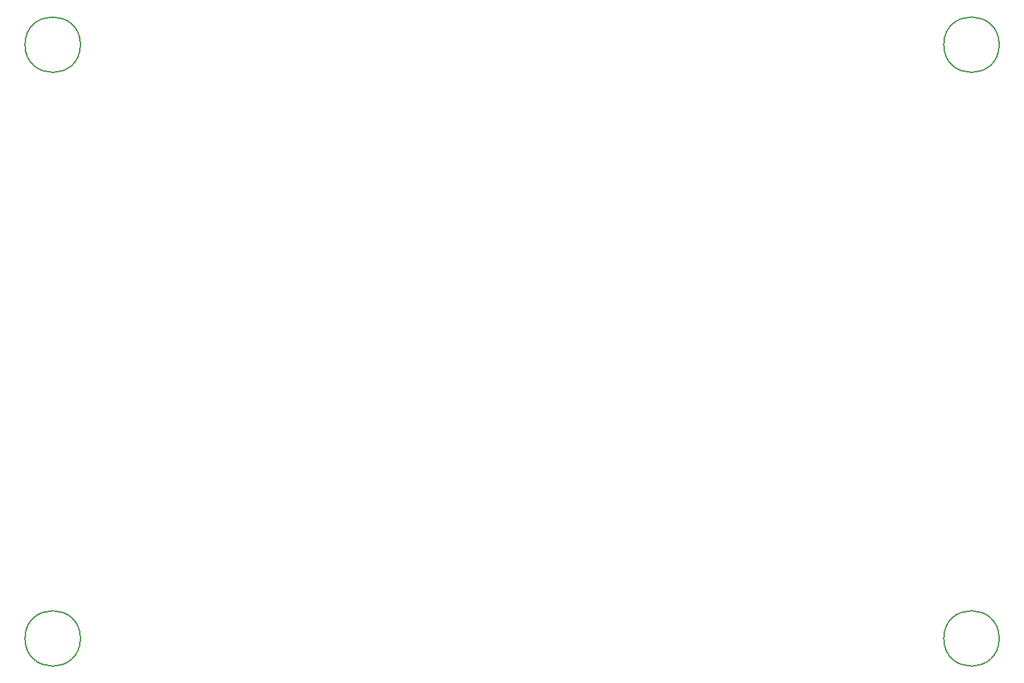
<source format=gbr>
%TF.GenerationSoftware,KiCad,Pcbnew,7.0.1*%
%TF.CreationDate,2023-08-25T15:18:18+01:00*%
%TF.ProjectId,Register_board,52656769-7374-4657-925f-626f6172642e,rev?*%
%TF.SameCoordinates,Original*%
%TF.FileFunction,Other,Comment*%
%FSLAX46Y46*%
G04 Gerber Fmt 4.6, Leading zero omitted, Abs format (unit mm)*
G04 Created by KiCad (PCBNEW 7.0.1) date 2023-08-25 15:18:18*
%MOMM*%
%LPD*%
G01*
G04 APERTURE LIST*
%ADD10C,0.150000*%
G04 APERTURE END LIST*
D10*
%TO.C,H1*%
X58535000Y-48210000D02*
G75*
G03*
X58535000Y-48210000I-3500000J0D01*
G01*
%TO.C,H4*%
X174535000Y-123210000D02*
G75*
G03*
X174535000Y-123210000I-3500000J0D01*
G01*
%TO.C,H3*%
X58535000Y-123210000D02*
G75*
G03*
X58535000Y-123210000I-3500000J0D01*
G01*
%TO.C,H2*%
X174535000Y-48210000D02*
G75*
G03*
X174535000Y-48210000I-3500000J0D01*
G01*
%TD*%
M02*

</source>
